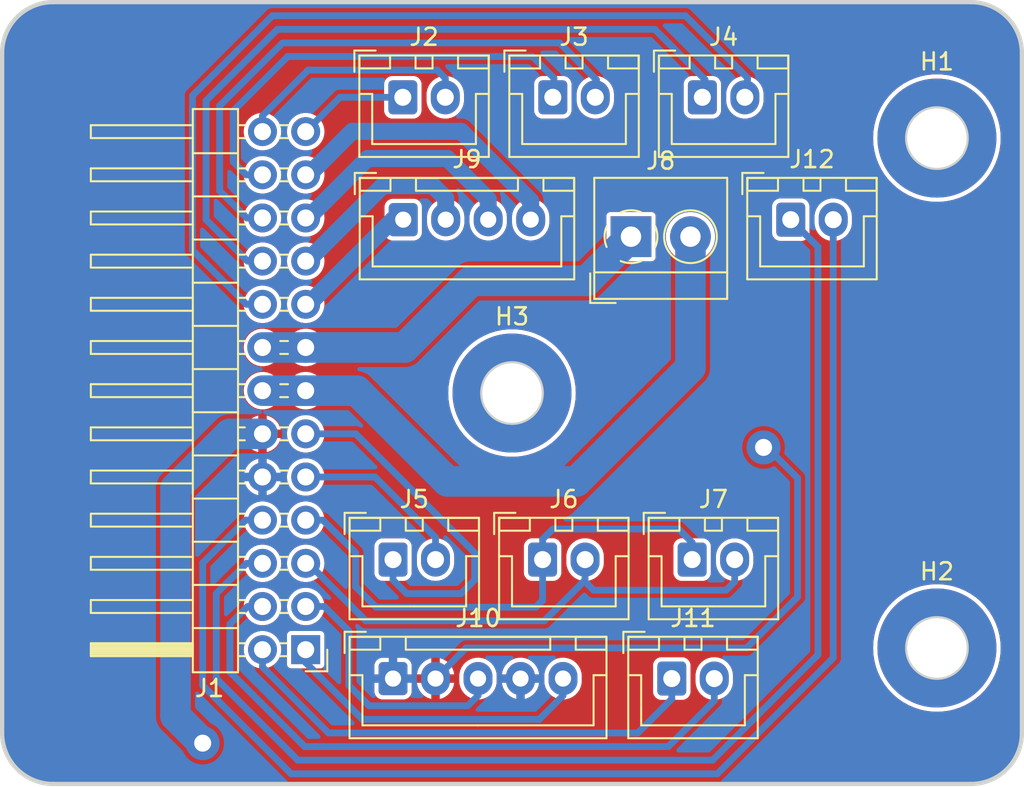
<source format=kicad_pcb>
(kicad_pcb (version 20221018) (generator pcbnew)
  (layers (0 "F.Cu" signal) (31 "B.Cu" signal) (34 "B.Paste" user) (35 "F.Paste" user) (36 "B.SilkS" user "B.Silkscreen") (37 "F.SilkS" user "F.Silkscreen") (38 "B.Mask" user) (39 "F.Mask" user) (44 "Edge.Cuts" user))
  (net 0 "")
  (net 1 "GND")
  (net 2 "+5V")
  (net 3 "/Heater")
  (net 4 "/1B")
  (net 5 "/2B")
  (net 6 "/1A")
  (net 7 "/2A")
  (net 8 "/VF1")
  (net 9 "/VF2")
  (net 10 "/OUT")
  (net 11 "/IN")
  (net 12 "/VBB")
  (net 13 "/GF2")
  (net 14 "/GF1")
  (net 15 "/Ther1a")
  (net 16 "/Ther1b")
  (net 17 "/Ther2a")
  (net 18 "/Ther2b")
  (net 19 "/Ther3a")
  (net 20 "/Ther3b")
  (net 21 "/SW1")
  (net 22 "/SW2")
  (net 23 "/EXT1")
  (net 24 "/EXT2")
  (footprint "Connector_JST:JST_XH_B2B-XH-A_1x02_P2.50mm_Vertical" (layer "F.Cu") (at 82.12 141.62)
    (fp_text reference "J12" (at 1.25 -3.55) (layer "F.SilkS"))
    (fp_text value "Extra")
    (pad "1" thru_hole roundrect (at 0 0) (size 1.7 2) (drill 1) (layers "*.Cu" "*.Mask") (roundrect_rratio 0.1470588235) (net 23 "/EXT1"))
    (pad "2" thru_hole oval (at 2.5 0) (size 1.7 2) (drill 1) (layers "*.Cu" "*.Mask") (net 24 "/EXT2"))
  )
  (footprint "Connector_JST:JST_XH_B5B-XH-A_1x05_P2.50mm_Vertical" (layer "F.Cu") (at 58.72 168.62)
    (fp_text reference "J10" (at 5 -3.55) (layer "F.SilkS"))
    (fp_text value "BLTouch")
    (pad "1" thru_hole roundrect (at 0 0) (size 1.7 1.95) (drill 0.95) (layers "*.Cu" "*.Mask") (roundrect_rratio 0.1470588235) (net 1 "GND"))
    (pad "2" thru_hole oval (at 2.5 0) (size 1.7 1.95) (drill 0.95) (layers "*.Cu" "*.Mask") (net 2 "+5V"))
    (pad "3" thru_hole oval (at 5 0) (size 1.7 1.95) (drill 0.95) (layers "*.Cu" "*.Mask") (net 11 "/IN"))
    (pad "4" thru_hole oval (at 7.5 0) (size 1.7 1.95) (drill 0.95) (layers "*.Cu" "*.Mask") (net 1 "GND"))
    (pad "5" thru_hole oval (at 10 0) (size 1.7 1.95) (drill 0.95) (layers "*.Cu" "*.Mask") (net 10 "/OUT"))
  )
  (footprint "MountingHole:MountingHole_3.5mm_Pad" (layer "F.Cu") (at 90.72 166.82)
    (fp_text reference "H2" (at 0 -4.5) (layer "F.SilkS"))
    (fp_text value "MountingHole")
    (pad "1" thru_hole circle (at 0 0) (size 7 7) (drill 3.5) (layers "*.Cu" "*.Mask"))
  )
  (footprint "Connector_JST:JST_XH_B2B-XH-A_1x02_P2.50mm_Vertical" (layer "F.Cu") (at 76.32 161.62)
    (fp_text reference "J7" (at 1.25 -3.55) (layer "F.SilkS"))
    (fp_text value "Fan3")
    (pad "1" thru_hole roundrect (at 0 0) (size 1.7 2) (drill 1) (layers "*.Cu" "*.Mask") (roundrect_rratio 0.1470588235) (net 9 "/VF2"))
    (pad "2" thru_hole oval (at 2.5 0) (size 1.7 2) (drill 1) (layers "*.Cu" "*.Mask") (net 13 "/GF2"))
  )
  (footprint "Connector_JST:JST_XH_B2B-XH-A_1x02_P2.50mm_Vertical" (layer "F.Cu") (at 75.12 168.62)
    (fp_text reference "J11" (at 1.25 -3.55) (layer "F.SilkS"))
    (fp_text value "Klicky")
    (pad "1" thru_hole roundrect (at 0 0) (size 1.7 2) (drill 1) (layers "*.Cu" "*.Mask") (roundrect_rratio 0.1470588235) (net 21 "/SW1"))
    (pad "2" thru_hole oval (at 2.5 0) (size 1.7 2) (drill 1) (layers "*.Cu" "*.Mask") (net 22 "/SW2"))
  )
  (footprint "Connector_JST:JST_XH_B4B-XH-A_1x04_P2.50mm_Vertical" (layer "F.Cu") (at 59.32 141.62)
    (fp_text reference "J9" (at 3.75 -3.55) (layer "F.SilkS"))
    (fp_text value "Stepper")
    (pad "1" thru_hole roundrect (at 0 0) (size 1.7 1.95) (drill 0.95) (layers "*.Cu" "*.Mask") (roundrect_rratio 0.1470588235) (net 6 "/1A"))
    (pad "2" thru_hole oval (at 2.5 0) (size 1.7 1.95) (drill 0.95) (layers "*.Cu" "*.Mask") (net 4 "/1B"))
    (pad "3" thru_hole oval (at 5 0) (size 1.7 1.95) (drill 0.95) (layers "*.Cu" "*.Mask") (net 7 "/2A"))
    (pad "4" thru_hole oval (at 7.5 0) (size 1.7 1.95) (drill 0.95) (layers "*.Cu" "*.Mask") (net 5 "/2B"))
  )
  (footprint "Connector_PinHeader_2.54mm:PinHeader_2x13_P2.54mm_Horizontal" (layer "F.Cu") (at 53.58 166.92 180)
    (fp_text reference "J1" (at 5.655 -2.27) (layer "F.SilkS"))
    (fp_text value "Main_Header")
    (pad "1" thru_hole rect (at 0 0 180) (size 1.7 1.7) (drill 1) (layers "*.Cu" "*.Mask") (net 10 "/OUT"))
    (pad "2" thru_hole oval (at 2.54 0 180) (size 1.7 1.7) (drill 1) (layers "*.Cu" "*.Mask") (net 21 "/SW1"))
    (pad "3" thru_hole oval (at 0 2.54 180) (size 1.7 1.7) (drill 1) (layers "*.Cu" "*.Mask") (net 11 "/IN"))
    (pad "4" thru_hole oval (at 2.54 2.54 180) (size 1.7 1.7) (drill 1) (layers "*.Cu" "*.Mask") (net 22 "/SW2"))
    (pad "5" thru_hole oval (at 0 5.08 180) (size 1.7 1.7) (drill 1) (layers "*.Cu" "*.Mask") (net 13 "/GF2"))
    (pad "6" thru_hole oval (at 2.54 5.08 180) (size 1.7 1.7) (drill 1) (layers "*.Cu" "*.Mask") (net 23 "/EXT1"))
    (pad "7" thru_hole oval (at 0 7.62 180) (size 1.7 1.7) (drill 1) (layers "*.Cu" "*.Mask") (net 9 "/VF2"))
    (pad "8" thru_hole oval (at 2.54 7.62 180) (size 1.7 1.7) (drill 1) (layers "*.Cu" "*.Mask") (net 24 "/EXT2"))
    (pad "9" thru_hole oval (at 0 10.16 180) (size 1.7 1.7) (drill 1) (layers "*.Cu" "*.Mask") (net 14 "/GF1"))
    (pad "10" thru_hole oval (at 2.54 10.16 180) (size 1.7 1.7) (drill 1) (layers "*.Cu" "*.Mask") (net 1 "GND"))
    (pad "11" thru_hole oval (at 0 12.7 180) (size 1.7 1.7) (drill 1) (layers "*.Cu" "*.Mask") (net 8 "/VF1"))
    (pad "12" thru_hole oval (at 2.54 12.7 180) (size 1.7 1.7) (drill 1) (layers "*.Cu" "*.Mask") (net 2 "+5V"))
    (pad "13" thru_hole oval (at 0 15.24 180) (size 1.7 1.7) (drill 1) (layers "*.Cu" "*.Mask") (net 3 "/Heater"))
    (pad "14" thru_hole oval (at 2.54 15.24 180) (size 1.7 1.7) (drill 1) (layers "*.Cu" "*.Mask") (net 3 "/Heater"))
    (pad "15" thru_hole oval (at 0 17.78 180) (size 1.7 1.7) (drill 1) (layers "*.Cu" "*.Mask") (net 12 "/VBB"))
    (pad "16" thru_hole oval (at 2.54 17.78 180) (size 1.7 1.7) (drill 1) (layers "*.Cu" "*.Mask") (net 12 "/VBB"))
    (pad "17" thru_hole oval (at 0 20.32 180) (size 1.7 1.7) (drill 1) (layers "*.Cu" "*.Mask") (net 6 "/1A"))
    (pad "18" thru_hole oval (at 2.54 20.32 180) (size 1.7 1.7) (drill 1) (layers "*.Cu" "*.Mask") (net 20 "/Ther3b"))
    (pad "19" thru_hole oval (at 0 22.86 180) (size 1.7 1.7) (drill 1) (layers "*.Cu" "*.Mask") (net 4 "/1B"))
    (pad "20" thru_hole oval (at 2.54 22.86 180) (size 1.7 1.7) (drill 1) (layers "*.Cu" "*.Mask") (net 19 "/Ther3a"))
    (pad "21" thru_hole oval (at 0 25.4 180) (size 1.7 1.7) (drill 1) (layers "*.Cu" "*.Mask") (net 7 "/2A"))
    (pad "22" thru_hole oval (at 2.54 25.4 180) (size 1.7 1.7) (drill 1) (layers "*.Cu" "*.Mask") (net 18 "/Ther2b"))
    (pad "23" thru_hole oval (at 0 27.94 180) (size 1.7 1.7) (drill 1) (layers "*.Cu" "*.Mask") (net 5 "/2B"))
    (pad "24" thru_hole oval (at 2.54 27.94 180) (size 1.7 1.7) (drill 1) (layers "*.Cu" "*.Mask") (net 17 "/Ther2a"))
    (pad "25" thru_hole oval (at 0 30.48 180) (size 1.7 1.7) (drill 1) (layers "*.Cu" "*.Mask") (net 15 "/Ther1a"))
    (pad "26" thru_hole oval (at 2.54 30.48 180) (size 1.7 1.7) (drill 1) (layers "*.Cu" "*.Mask") (net 16 "/Ther1b"))
  )
  (footprint "MountingHole:MountingHole_3.5mm_Pad" (layer "F.Cu") (at 65.72 151.82)
    (fp_text reference "H3" (at 0 -4.5) (layer "F.SilkS"))
    (fp_text value "MountingHole")
    (pad "1" thru_hole circle (at 0 0) (size 7 7) (drill 3.5) (layers "*.Cu" "*.Mask"))
  )
  (footprint "Connector_JST:JST_XH_B2B-XH-A_1x02_P2.50mm_Vertical" (layer "F.Cu") (at 59.295 134.42)
    (fp_text reference "J2" (at 1.25 -3.55) (layer "F.SilkS"))
    (fp_text value "PT1000")
    (pad "1" thru_hole roundrect (at 0 0) (size 1.7 2) (drill 1) (layers "*.Cu" "*.Mask") (roundrect_rratio 0.1470588235) (net 15 "/Ther1a"))
    (pad "2" thru_hole oval (at 2.5 0) (size 1.7 2) (drill 1) (layers "*.Cu" "*.Mask") (net 16 "/Ther1b"))
  )
  (footprint "TerminalBlock_4Ucon:TerminalBlock_4Ucon_1x02_P3.50mm_Horizontal" (layer "F.Cu") (at 72.72 142.62)
    (fp_text reference "J8" (at 1.75 -4.46) (layer "F.SilkS"))
    (fp_text value "Cartridge")
    (pad "1" thru_hole rect (at 0 0) (size 2.4 2.4) (drill 1.2) (layers "*.Cu" "*.Mask") (net 12 "/VBB"))
    (pad "2" thru_hole circle (at 3.5 0) (size 2.4 2.4) (drill 1.2) (layers "*.Cu" "*.Mask") (net 3 "/Heater"))
  )
  (footprint "Connector_JST:JST_XH_B2B-XH-A_1x02_P2.50mm_Vertical" (layer "F.Cu") (at 76.92 134.42)
    (fp_text reference "J4" (at 1.25 -3.55) (layer "F.SilkS"))
    (fp_text value "NTC1000K")
    (pad "1" thru_hole roundrect (at 0 0) (size 1.7 2) (drill 1) (layers "*.Cu" "*.Mask") (roundrect_rratio 0.1470588235) (net 19 "/Ther3a"))
    (pad "2" thru_hole oval (at 2.5 0) (size 1.7 2) (drill 1) (layers "*.Cu" "*.Mask") (net 20 "/Ther3b"))
  )
  (footprint "Connector_JST:JST_XH_B2B-XH-A_1x02_P2.50mm_Vertical" (layer "F.Cu") (at 68.12 134.42)
    (fp_text reference "J3" (at 1.25 -3.55) (layer "F.SilkS"))
    (fp_text value "NTC1000K")
    (pad "1" thru_hole roundrect (at 0 0) (size 1.7 2) (drill 1) (layers "*.Cu" "*.Mask") (roundrect_rratio 0.1470588235) (net 17 "/Ther2a"))
    (pad "2" thru_hole oval (at 2.5 0) (size 1.7 2) (drill 1) (layers "*.Cu" "*.Mask") (net 18 "/Ther2b"))
  )
  (footprint "Connector_JST:JST_XH_B2B-XH-A_1x02_P2.50mm_Vertical" (layer "F.Cu") (at 58.72 161.62)
    (fp_text reference "J5" (at 1.25 -3.55) (layer "F.SilkS"))
    (fp_text value "Fan1")
    (pad "1" thru_hole roundrect (at 0 0) (size 1.7 2) (drill 1) (layers "*.Cu" "*.Mask") (roundrect_rratio 0.1470588235) (net 8 "/VF1"))
    (pad "2" thru_hole oval (at 2.5 0) (size 1.7 2) (drill 1) (layers "*.Cu" "*.Mask") (net 14 "/GF1"))
  )
  (footprint "MountingHole:MountingHole_3.5mm_Pad" (layer "F.Cu") (at 90.72 136.82)
    (fp_text reference "H1" (at 0 -4.5) (layer "F.SilkS"))
    (fp_text value "MountingHole")
    (pad "1" thru_hole circle (at 0 0) (size 7 7) (drill 3.5) (layers "*.Cu" "*.Mask"))
  )
  (footprint "Connector_JST:JST_XH_B2B-XH-A_1x02_P2.50mm_Vertical" (layer "F.Cu") (at 67.52 161.62)
    (fp_text reference "J6" (at 1.25 -3.55) (layer "F.SilkS"))
    (fp_text value "Fan2")
    (pad "1" thru_hole roundrect (at 0 0) (size 1.7 2) (drill 1) (layers "*.Cu" "*.Mask") (roundrect_rratio 0.1470588235) (net 9 "/VF2"))
    (pad "2" thru_hole oval (at 2.5 0) (size 1.7 2) (drill 1) (layers "*.Cu" "*.Mask") (net 13 "/GF2"))
  )
  (gr_circle (center 90.719999 136.819999) (end 92.469999 136.819999) (stroke (width 0.25)) (fill none) (layer "Edge.Cuts"))
  (gr_line (start 95.719999 171.819999) (end 95.719999 131.819999) (stroke (width 0.25)) (layer "Edge.Cuts"))
  (gr_line (start 38.719999 174.819999) (end 92.719999 174.819999) (stroke (width 0.25)) (layer "Edge.Cuts"))
  (gr_line (start 35.719999 131.819999) (end 35.719999 171.819999) (stroke (width 0.25)) (layer "Edge.Cuts"))
  (gr_circle (center 65.719999 151.819999) (end 67.469999 151.819999) (stroke (width 0.25)) (fill none) (layer "Edge.Cuts"))
  (gr_arc (start 35.719999 131.819999) (mid 36.598679 129.698679) (end 38.719999 128.819999) (stroke (width 0.25)) (layer "Edge.Cuts"))
  (gr_circle (center 90.719999 166.819999) (end 92.469999 166.819999) (stroke (width 0.25)) (fill none) (layer "Edge.Cuts"))
  (gr_arc (start 92.719999 128.819999) (mid 94.841319 129.698679) (end 95.719999 131.819999) (stroke (width 0.25)) (layer "Edge.Cuts"))
  (gr_arc (start 95.719999 171.819999) (mid 94.841319 173.941319) (end 92.719999 174.819999) (stroke (width 0.25)) (layer "Edge.Cuts"))
  (gr_line (start 92.719999 128.819999) (end 38.719999 128.819999) (stroke (width 0.25)) (layer "Edge.Cuts"))
  (gr_arc (start 38.719999 174.819999) (mid 36.598679 173.941319) (end 35.719999 171.819999) (stroke (width 0.25)) (layer "Edge.Cuts"))
  (via (at 47.52 172.42) (size 2) (drill 1) (layers "F.Cu" "B.Cu") (net 2))
  (via (at 80.52 155.02) (size 2) (drill 1) (layers "F.Cu" "B.Cu") (net 2))
  (segment (start 45.92 170.82) (end 45.92 157.42) (width 1.8) (layer "B.Cu") (net 2))
  (segment (start 63.02 166.82) (end 79.52 166.82) (width 0.4) (layer "B.Cu") (net 2))
  (segment (start 82.52 163.82) (end 82.52 156.82) (width 0.4) (layer "B.Cu") (net 2))
  (segment (start 47.52 172.42) (end 45.92 170.82) (width 1.8) (layer "B.Cu") (net 2))
  (segment (start 80.32 155.02) (end 80.52 155.02) (width 0.25) (layer "B.Cu") (net 2))
  (segment (start 82.52 156.82) (end 80.72 155.02) (width 0.4) (layer "B.Cu") (net 2))
  (segment (start 61.22 168.62) (end 63.02 166.82) (width 0.4) (layer "B.Cu") (net 2))
  (segment (start 45.92 157.42) (end 49.12 154.22) (width 1.8) (layer "B.Cu") (net 2))
  (segment (start 79.52 166.82) (end 82.52 163.82) (width 0.4) (layer "B.Cu") (net 2))
  (segment (start 80.72 155.02) (end 80.52 155.02) (width 0.4) (layer "B.Cu") (net 2))
  (segment (start 49.12 154.22) (end 51.04 154.22) (width 1.8) (layer "B.Cu") (net 2))
  (segment (start 51.04 151.68) (end 53.58 151.68) (width 1.8) (layer "B.Cu") (net 3))
  (segment (start 69.52 157.02) (end 76.22 150.32) (width 1.8) (layer "B.Cu") (net 3))
  (segment (start 53.58 151.68) (end 56.58 151.68) (width 1.8) (layer "B.Cu") (net 3))
  (segment (start 56.58 151.68) (end 61.92 157.02) (width 1.8) (layer "B.Cu") (net 3))
  (segment (start 76.22 150.32) (end 76.22 142.62) (width 1.8) (layer "B.Cu") (net 3))
  (segment (start 61.92 157.02) (end 69.52 157.02) (width 1.8) (layer "B.Cu") (net 3))
  (segment (start 61.82 140.37) (end 61.82 141.62) (width 1) (layer "B.Cu") (net 4))
  (segment (start 58.12 139.62) (end 61.07 139.62) (width 1) (layer "B.Cu") (net 4))
  (segment (start 53.58 144.06) (end 53.68 144.06) (width 1) (layer "B.Cu") (net 4))
  (segment (start 53.68 144.06) (end 58.12 139.62) (width 1) (layer "B.Cu") (net 4))
  (segment (start 61.07 139.62) (end 61.82 140.37) (width 1) (layer "B.Cu") (net 4))
  (segment (start 53.76 138.98) (end 56.32 136.42) (width 1) (layer "B.Cu") (net 5))
  (segment (start 62.72 136.42) (end 66.82 140.52) (width 1) (layer "B.Cu") (net 5))
  (segment (start 56.32 136.42) (end 62.72 136.42) (width 1) (layer "B.Cu") (net 5))
  (segment (start 66.82 140.52) (end 66.82 141.62) (width 1) (layer "B.Cu") (net 5))
  (segment (start 53.58 138.98) (end 53.76 138.98) (width 1) (layer "B.Cu") (net 5))
  (segment (start 53.58 146.6) (end 53.74 146.6) (width 1) (layer "B.Cu") (net 6))
  (segment (start 53.74 146.6) (end 58.72 141.62) (width 1) (layer "B.Cu") (net 6))
  (segment (start 58.72 141.62) (end 59.32 141.62) (width 1) (layer "B.Cu") (net 6))
  (segment (start 57.22 138.02) (end 61.92 138.02) (width 1) (layer "B.Cu") (net 7))
  (segment (start 64.32 140.42) (end 64.32 141.62) (width 1) (layer "B.Cu") (net 7))
  (segment (start 61.92 138.02) (end 64.32 140.42) (width 1) (layer "B.Cu") (net 7))
  (segment (start 53.72 141.52) (end 57.22 138.02) (width 1) (layer "B.Cu") (net 7))
  (segment (start 53.58 141.52) (end 53.72 141.52) (width 1) (layer "B.Cu") (net 7))
  (segment (start 63.52 162.82) (end 62.72 163.62) (width 0.4) (layer "B.Cu") (net 8))
  (segment (start 58.72 162.82) (end 58.72 161.62) (width 0.4) (layer "B.Cu") (net 8))
  (segment (start 63.52 161.22) (end 63.52 162.82) (width 0.4) (layer "B.Cu") (net 8))
  (segment (start 62.72 163.62) (end 59.52 163.62) (width 0.4) (layer "B.Cu") (net 8))
  (segment (start 59.52 163.62) (end 58.72 162.82) (width 0.4) (layer "B.Cu") (net 8))
  (segment (start 56.52 154.22) (end 63.52 161.22) (width 0.4) (layer "B.Cu") (net 8))
  (segment (start 53.58 154.22) (end 56.52 154.22) (width 0.4) (layer "B.Cu") (net 8))
  (segment (start 67.52 160.42) (end 68.12 159.82) (width 0.4) (layer "B.Cu") (net 9))
  (segment (start 68.12 159.82) (end 75.52 159.82) (width 0.4) (layer "B.Cu") (net 9))
  (segment (start 76.32 160.62) (end 76.32 161.62) (width 0.4) (layer "B.Cu") (net 9))
  (segment (start 54.6 159.3) (end 56.52 161.22) (width 0.4) (layer "B.Cu") (net 9))
  (segment (start 56.52 163.22) (end 57.72 164.42) (width 0.4) (layer "B.Cu") (net 9))
  (segment (start 67.52 164.02) (end 67.52 161.62) (width 0.4) (layer "B.Cu") (net 9))
  (segment (start 57.72 164.42) (end 67.12 164.42) (width 0.4) (layer "B.Cu") (net 9))
  (segment (start 53.58 159.3) (end 54.6 159.3) (width 0.4) (layer "B.Cu") (net 9))
  (segment (start 56.52 161.22) (end 56.52 163.22) (width 0.4) (layer "B.Cu") (net 9))
  (segment (start 75.52 159.82) (end 76.32 160.62) (width 0.4) (layer "B.Cu") (net 9))
  (segment (start 67.52 161.62) (end 67.52 160.42) (width 0.4) (layer "B.Cu") (net 9))
  (segment (start 67.12 164.42) (end 67.52 164.02) (width 0.4) (layer "B.Cu") (net 9))
  (segment (start 68.72 169.62) (end 68.72 168.62) (width 0.4) (layer "B.Cu") (net 10))
  (segment (start 53.58 166.92) (end 53.58 167.68) (width 0.4) (layer "B.Cu") (net 10))
  (segment (start 56.92 171.02) (end 67.32 171.02) (width 0.4) (layer "B.Cu") (net 10))
  (segment (start 53.58 167.68) (end 56.92 171.02) (width 0.4) (layer "B.Cu") (net 10))
  (segment (start 67.32 171.02) (end 68.72 169.62) (width 0.4) (layer "B.Cu") (net 10))
  (segment (start 54.68 164.38) (end 56.12 165.82) (width 0.4) (layer "B.Cu") (net 11))
  (segment (start 56.12 165.82) (end 56.12 169.02) (width 0.4) (layer "B.Cu") (net 11))
  (segment (start 57.32 170.22) (end 63.12 170.22) (width 0.4) (layer "B.Cu") (net 11))
  (segment (start 53.58 164.38) (end 54.68 164.38) (width 0.4) (layer "B.Cu") (net 11))
  (segment (start 63.72 169.62) (end 63.72 168.62) (width 0.4) (layer "B.Cu") (net 11))
  (segment (start 56.12 169.02) (end 57.32 170.22) (width 0.4) (layer "B.Cu") (net 11))
  (segment (start 63.12 170.22) (end 63.72 169.62) (width 0.4) (layer "B.Cu") (net 11))
  (segment (start 53.58 149.14) (end 59.4 149.14) (width 1.8) (layer "B.Cu") (net 12))
  (segment (start 63.32 145.22) (end 70.12 145.22) (width 1.8) (layer "B.Cu") (net 12))
  (segment (start 51.04 149.14) (end 53.58 149.14) (width 1.8) (layer "B.Cu") (net 12))
  (segment (start 59.4 149.14) (end 63.32 145.22) (width 1.8) (layer "B.Cu") (net 12))
  (segment (start 70.12 145.22) (end 72.72 142.62) (width 1.8) (layer "B.Cu") (net 12))
  (segment (start 70.02 162.92) (end 70.52 163.42) (width 0.4) (layer "B.Cu") (net 13))
  (segment (start 78.32 163.42) (end 78.82 162.92) (width 0.4) (layer "B.Cu") (net 13))
  (segment (start 78.82 162.92) (end 78.82 161.62) (width 0.4) (layer "B.Cu") (net 13))
  (segment (start 53.58 161.84) (end 53.74 161.84) (width 0.4) (layer "B.Cu") (net 13))
  (segment (start 70.02 161.62) (end 70.02 162.82) (width 0.4) (layer "B.Cu") (net 13))
  (segment (start 53.74 161.84) (end 57.12 165.22) (width 0.4) (layer "B.Cu") (net 13))
  (segment (start 67.62 165.22) (end 70.02 162.82) (width 0.4) (layer "B.Cu") (net 13))
  (segment (start 57.12 165.22) (end 67.62 165.22) (width 0.4) (layer "B.Cu") (net 13))
  (segment (start 70.52 163.42) (end 78.32 163.42) (width 0.4) (layer "B.Cu") (net 13))
  (segment (start 70.02 161.62) (end 70.02 162.92) (width 0.4) (layer "B.Cu") (net 13))
  (segment (start 57.66 156.76) (end 61.22 160.32) (width 0.4) (layer "B.Cu") (net 14))
  (segment (start 61.22 160.32) (end 61.22 161.62) (width 0.4) (layer "B.Cu") (net 14))
  (segment (start 53.58 156.76) (end 57.66 156.76) (width 0.4) (layer "B.Cu") (net 14))
  (segment (start 53.58 136.44) (end 55.6 134.42) (width 0.4) (layer "B.Cu") (net 15))
  (segment (start 55.6 134.42) (end 59.295 134.42) (width 0.4) (layer "B.Cu") (net 15))
  (segment (start 61.795 133.295) (end 61.795 134.42) (width 0.4) (layer "B.Cu") (net 16))
  (segment (start 53.72 132.82) (end 61.32 132.82) (width 0.4) (layer "B.Cu") (net 16))
  (segment (start 61.32 132.82) (end 61.795 133.295) (width 0.4) (layer "B.Cu") (net 16))
  (segment (start 51.04 136.44) (end 51.04 135.5) (width 0.4) (layer "B.Cu") (net 16))
  (segment (start 51.04 135.5) (end 53.72 132.82) (width 0.4) (layer "B.Cu") (net 16))
  (segment (start 52.52 132.02) (end 66.92 132.02) (width 0.4) (layer "B.Cu") (net 17))
  (segment (start 49.32 138.22) (end 49.32 135.22) (width 0.4) (layer "B.Cu") (net 17))
  (segment (start 68.185 134.355) (end 68.12 134.42) (width 0.4) (layer "B.Cu") (net 17))
  (segment (start 68.185 133.285) (end 68.185 134.355) (width 0.4) (layer "B.Cu") (net 17))
  (segment (start 51.04 138.98) (end 50.08 138.98) (width 0.4) (layer "B.Cu") (net 17))
  (segment (start 50.08 138.98) (end 49.32 138.22) (width 0.4) (layer "B.Cu") (net 17))
  (segment (start 49.32 135.22) (end 52.52 132.02) (width 0.4) (layer "B.Cu") (net 17))
  (segment (start 66.92 132.02) (end 68.185 133.285) (width 0.4) (layer "B.Cu") (net 17))
  (segment (start 70.685 133.385) (end 70.685 134.355) (width 0.4) (layer "B.Cu") (net 18))
  (segment (start 52.22 131.22) (end 68.52 131.22) (width 0.4) (layer "B.Cu") (net 18))
  (segment (start 48.52 139.92) (end 48.52 134.92) (width 0.4) (layer "B.Cu") (net 18))
  (segment (start 51.04 141.52) (end 50.12 141.52) (width 0.4) (layer "B.Cu") (net 18))
  (segment (start 70.685 134.355) (end 70.62 134.42) (width 0.4) (layer "B.Cu") (net 18))
  (segment (start 68.52 131.22) (end 70.685 133.385) (width 0.4) (layer "B.Cu") (net 18))
  (segment (start 50.12 141.52) (end 48.52 139.92) (width 0.4) (layer "B.Cu") (net 18))
  (segment (start 48.52 134.92) (end 52.22 131.22) (width 0.4) (layer "B.Cu") (net 18))
  (segment (start 47.72 134.62) (end 51.92 130.42) (width 0.4) (layer "B.Cu") (net 19))
  (segment (start 77.075 133.375) (end 77.075 134.265) (width 0.4) (layer "B.Cu") (net 19))
  (segment (start 77.075 134.265) (end 76.92 134.42) (width 0.4) (layer "B.Cu") (net 19))
  (segment (start 74.12 130.42) (end 77.075 133.375) (width 0.4) (layer "B.Cu") (net 19))
  (segment (start 51.04 144.06) (end 50.16 144.06) (width 0.4) (layer "B.Cu") (net 19))
  (segment (start 47.72 141.62) (end 47.72 134.62) (width 0.4) (layer "B.Cu") (net 19))
  (segment (start 51.92 130.42) (end 74.12 130.42) (width 0.4) (layer "B.Cu") (net 19))
  (segment (start 50.16 144.06) (end 47.72 141.62) (width 0.4) (layer "B.Cu") (net 19))
  (segment (start 46.92 143.42) (end 46.92 134.32) (width 0.4) (layer "B.Cu") (net 20))
  (segment (start 79.575 133.275) (end 79.575 134.265) (width 0.4) (layer "B.Cu") (net 20))
  (segment (start 46.92 134.32) (end 51.62 129.62) (width 0.4) (layer "B.Cu") (net 20))
  (segment (start 50.1 146.6) (end 46.92 143.42) (width 0.4) (layer "B.Cu") (net 20))
  (segment (start 75.92 129.62) (end 79.575 133.275) (width 0.4) (layer "B.Cu") (net 20))
  (segment (start 79.575 134.265) (end 79.42 134.42) (width 0.4) (layer "B.Cu") (net 20))
  (segment (start 51.62 129.62) (end 75.92 129.62) (width 0.4) (layer "B.Cu") (net 20))
  (segment (start 51.04 146.6) (end 50.1 146.6) (width 0.4) (layer "B.Cu") (net 20))
  (segment (start 51.04 166.92) (end 51.04 167.94) (width 0.4) (layer "B.Cu") (net 21))
  (segment (start 75.12 169.82) (end 75.12 168.62) (width 0.4) (layer "B.Cu") (net 21))
  (segment (start 51.04 167.94) (end 54.92 171.82) (width 0.4) (layer "B.Cu") (net 21))
  (segment (start 54.92 171.82) (end 73.12 171.82) (width 0.4) (layer "B.Cu") (net 21))
  (segment (start 73.12 171.82) (end 75.12 169.82) (width 0.4) (layer "B.Cu") (net 21))
  (segment (start 49.12 165.42) (end 49.12 168.22) (width 0.4) (layer "B.Cu") (net 22))
  (segment (start 51.04 164.38) (end 50.16 164.38) (width 0.4) (layer "B.Cu") (net 22))
  (segment (start 49.12 168.22) (end 53.52 172.62) (width 0.4) (layer "B.Cu") (net 22))
  (segment (start 77.62 169.92) (end 77.62 168.62) (width 0.4) (layer "B.Cu") (net 22))
  (segment (start 74.92 172.62) (end 77.62 169.92) (width 0.4) (layer "B.Cu") (net 22))
  (segment (start 53.52 172.62) (end 74.92 172.62) (width 0.4) (layer "B.Cu") (net 22))
  (segment (start 50.16 164.38) (end 49.12 165.42) (width 0.4) (layer "B.Cu") (net 22))
  (segment (start 83.72 143.22) (end 82.12 141.62) (width 0.4) (layer "B.Cu") (net 23))
  (segment (start 83.72 167.22) (end 83.72 143.22) (width 0.4) (layer "B.Cu") (net 23))
  (segment (start 48.32 163.62) (end 48.32 168.62) (width 0.4) (layer "B.Cu") (net 23))
  (segment (start 51.04 161.84) (end 50.1 161.84) (width 0.4) (layer "B.Cu") (net 23))
  (segment (start 50.1 161.84) (end 48.32 163.62) (width 0.4) (layer "B.Cu") (net 23))
  (segment (start 77.52 173.42) (end 83.72 167.22) (width 0.4) (layer "B.Cu") (net 23))
  (segment (start 53.12 173.42) (end 77.52 173.42) (width 0.4) (layer "B.Cu") (net 23))
  (segment (start 48.32 168.62) (end 53.12 173.42) (width 0.4) (layer "B.Cu") (net 23))
  (segment (start 51.04 159.3) (end 50.04 159.3) (width 0.4) (layer "B.Cu") (net 24))
  (segment (start 77.804567 174.22) (end 84.62 167.404567) (width 0.4) (layer "B.Cu") (net 24))
  (segment (start 50.04 159.3) (end 47.52 161.82) (width 0.4) (layer "B.Cu") (net 24))
  (segment (start 84.62 167.404567) (end 84.62 141.62) (width 0.4) (layer "B.Cu") (net 24))
  (segment (start 47.52 161.82) (end 47.52 169.02) (width 0.4) (layer "B.Cu") (net 24))
  (segment (start 52.72 174.22) (end 77.804567 174.22) (width 0.4) (layer "B.Cu") (net 24))
  (segment (start 47.52 169.02) (end 52.72 174.22) (width 0.4) (layer "B.Cu") (net 24))
  (zone (net 2) (net_name "+5V") (layer "F.Cu") (priority 1) (connect_pads (clearance 0.25)) (min_thickness 0.25) (fill yes (thermal_gap 0.25) (thermal_bridge_width 0.5))
    (polygon (pts (xy 35.72 128.82) (xy 95.72 128.82) (xy 95.72 175.02) (xy 35.72 174.82)))
  )
  (zone (net 1) (net_name "GND") (layer "B.Cu") (connect_pads (clearance 0.25)) (min_thickness 0.25) (fill yes (thermal_gap 0.25) (thermal_bridge_width 0.5))
    (polygon (pts (xy 35.72 128.82) (xy 95.72 128.82) (xy 95.72 175.02) (xy 35.72 174.82)))
  )
)
</source>
